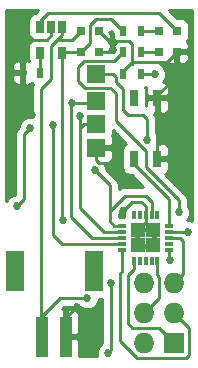
<source format=gbl>
G04 #@! TF.FileFunction,Copper,L2,Bot,Signal*
%FSLAX46Y46*%
G04 Gerber Fmt 4.6, Leading zero omitted, Abs format (unit mm)*
G04 Created by KiCad (PCBNEW 4.0.0-rc1-stable) date 11/12/2015 8:05:50 PM*
%MOMM*%
G01*
G04 APERTURE LIST*
%ADD10C,0.100000*%
%ADD11R,0.800000X0.750000*%
%ADD12R,0.797560X0.797560*%
%ADD13R,0.730000X0.300000*%
%ADD14R,0.300000X0.730000*%
%ADD15R,1.300000X1.300000*%
%ADD16R,1.000000X3.500000*%
%ADD17R,1.500000X3.400000*%
%ADD18R,1.727200X1.727200*%
%ADD19O,1.727200X1.727200*%
%ADD20R,0.650000X1.060000*%
%ADD21R,0.500000X0.900000*%
%ADD22R,0.700000X1.450000*%
%ADD23R,1.501140X1.501140*%
%ADD24C,0.685800*%
%ADD25C,0.250000*%
%ADD26C,0.254000*%
G04 APERTURE END LIST*
D10*
D11*
X149618000Y-67818000D03*
X151118000Y-67818000D03*
X151118000Y-66040000D03*
X149618000Y-66040000D03*
D12*
X156222700Y-66040000D03*
X157721300Y-66040000D03*
X156222700Y-67818000D03*
X157721300Y-67818000D03*
D13*
X153102000Y-84566000D03*
X153102000Y-84066000D03*
X153102000Y-83566000D03*
X153102000Y-83066000D03*
X153102000Y-82566000D03*
D14*
X154067000Y-81601000D03*
X154567000Y-81601000D03*
X155067000Y-81601000D03*
X155567000Y-81601000D03*
X156067000Y-81601000D03*
D13*
X157032000Y-82566000D03*
X157032000Y-83066000D03*
X157032000Y-83566000D03*
X157032000Y-84066000D03*
X157032000Y-84566000D03*
D14*
X156067000Y-85531000D03*
X155567000Y-85531000D03*
X155067000Y-85531000D03*
X154567000Y-85531000D03*
X154067000Y-85531000D03*
D15*
X155717000Y-82916000D03*
X155717000Y-84216000D03*
X154417000Y-82916000D03*
X154417000Y-84216000D03*
D16*
X146320000Y-91948000D03*
X148320000Y-91948000D03*
D17*
X150670000Y-86398000D03*
X143970000Y-86398000D03*
D18*
X157480000Y-92456000D03*
D19*
X154940000Y-92456000D03*
X157480000Y-89916000D03*
X154940000Y-89916000D03*
X157480000Y-87376000D03*
X154940000Y-87376000D03*
D20*
X146116000Y-65702000D03*
X147066000Y-65702000D03*
X148016000Y-65702000D03*
X148016000Y-67902000D03*
X146116000Y-67902000D03*
D21*
X153174000Y-66040000D03*
X154674000Y-66040000D03*
X146165000Y-69596000D03*
X144665000Y-69596000D03*
X154674000Y-67818000D03*
X153174000Y-67818000D03*
X154674000Y-69723000D03*
X153174000Y-69723000D03*
D22*
X154067000Y-76870000D03*
X154067000Y-71720000D03*
X156067000Y-71720000D03*
X156067000Y-76870000D03*
D23*
X150876000Y-73914000D03*
X150876000Y-72009000D03*
X150876000Y-75946000D03*
X150876000Y-69723000D03*
D24*
X152527000Y-74930000D03*
X149225000Y-89408000D03*
X145288000Y-66802000D03*
X152654000Y-77597000D03*
X145415000Y-73152000D03*
X153162000Y-81280000D03*
X152273000Y-67691000D03*
X150114000Y-88646000D03*
X148844000Y-72136000D03*
X149479000Y-73279000D03*
X147193000Y-74041000D03*
X155829000Y-69723000D03*
X158623000Y-83058000D03*
X157861000Y-81407000D03*
X157099000Y-85471000D03*
X144145000Y-80899000D03*
X145288000Y-74295000D03*
X155194000Y-75311000D03*
X152146000Y-87376000D03*
X151892000Y-93345000D03*
X150749000Y-77851000D03*
X148082000Y-82042000D03*
D25*
X152654000Y-75057000D02*
X152654000Y-77597000D01*
X152527000Y-74930000D02*
X152654000Y-75057000D01*
X149225000Y-89408000D02*
X148320000Y-90313000D01*
X148320000Y-90313000D02*
X148320000Y-91948000D01*
X156067000Y-71720000D02*
X156067000Y-76870000D01*
X152654000Y-77597000D02*
X152527000Y-77597000D01*
X152527000Y-77597000D02*
X152146000Y-77216000D01*
X152146000Y-77216000D02*
X151130000Y-77216000D01*
X151130000Y-77216000D02*
X150876000Y-76962000D01*
X150876000Y-76962000D02*
X150876000Y-75946000D01*
X145415000Y-73152000D02*
X144665000Y-72402000D01*
X144665000Y-72402000D02*
X144665000Y-69596000D01*
X152781000Y-66929000D02*
X152654000Y-66929000D01*
X152273000Y-67310000D02*
X152273000Y-67691000D01*
X152654000Y-66929000D02*
X152273000Y-67310000D01*
X156067000Y-72279000D02*
X156067000Y-71720000D01*
X156067000Y-71771000D02*
X156067000Y-71720000D01*
X155067000Y-81601000D02*
X155067000Y-80899000D01*
X155067000Y-80899000D02*
X154686000Y-80518000D01*
X154686000Y-80518000D02*
X153924000Y-80518000D01*
X153924000Y-80518000D02*
X153162000Y-81280000D01*
X156972000Y-69469000D02*
X156972000Y-68834000D01*
X156972000Y-68834000D02*
X156845000Y-68707000D01*
X156067000Y-71720000D02*
X156067000Y-71517000D01*
X156067000Y-71517000D02*
X156972000Y-70612000D01*
X156972000Y-70612000D02*
X156972000Y-69469000D01*
X156067000Y-76870000D02*
X156067000Y-76311000D01*
X157721300Y-67818000D02*
X157721300Y-67830700D01*
X157721300Y-67830700D02*
X156845000Y-68707000D01*
X156845000Y-68707000D02*
X153924000Y-68707000D01*
X147066000Y-65702000D02*
X147066000Y-66421000D01*
X146685000Y-66802000D02*
X145288000Y-66802000D01*
X147066000Y-66421000D02*
X146685000Y-66802000D01*
X144665000Y-69596000D02*
X144665000Y-67425000D01*
X144665000Y-67425000D02*
X145288000Y-66802000D01*
X151118000Y-67818000D02*
X152146000Y-67818000D01*
X152146000Y-67818000D02*
X152273000Y-67691000D01*
X144653000Y-69584000D02*
X144665000Y-69596000D01*
X153174000Y-69723000D02*
X153174000Y-69457000D01*
X153174000Y-69457000D02*
X153924000Y-68707000D01*
X153924000Y-68707000D02*
X153924000Y-67183000D01*
X153924000Y-67183000D02*
X153670000Y-66929000D01*
X153670000Y-66929000D02*
X152781000Y-66929000D01*
X152781000Y-66929000D02*
X152007000Y-66929000D01*
X152007000Y-66929000D02*
X151118000Y-66040000D01*
X155067000Y-81601000D02*
X155067000Y-82266000D01*
X155067000Y-82266000D02*
X154417000Y-82916000D01*
X150114000Y-88646000D02*
X147828000Y-88646000D01*
X147828000Y-88646000D02*
X146320000Y-90154000D01*
X146320000Y-90154000D02*
X146320000Y-91948000D01*
X147574000Y-66802000D02*
X147066000Y-67310000D01*
X146177000Y-70993000D02*
X146177000Y-91805000D01*
X147066000Y-70104000D02*
X146177000Y-70993000D01*
X147066000Y-67310000D02*
X147066000Y-70104000D01*
X146177000Y-91805000D02*
X146320000Y-91948000D01*
X147574000Y-66802000D02*
X147955000Y-66421000D01*
X147955000Y-66421000D02*
X147955000Y-65763000D01*
X147955000Y-65763000D02*
X148016000Y-65702000D01*
X149618000Y-66040000D02*
X149606000Y-66040000D01*
X149606000Y-66040000D02*
X148844000Y-66802000D01*
X148844000Y-66802000D02*
X147574000Y-66802000D01*
X149618000Y-66040000D02*
X149352000Y-66040000D01*
X148717000Y-81788000D02*
X148717000Y-72263000D01*
X148844000Y-72136000D02*
X150622000Y-72136000D01*
X150622000Y-72136000D02*
X150876000Y-71882000D01*
X153102000Y-83566000D02*
X150495000Y-83566000D01*
X150495000Y-83566000D02*
X148717000Y-81788000D01*
X148717000Y-72263000D02*
X148844000Y-72136000D01*
X149479000Y-74422000D02*
X149479000Y-74295000D01*
X149860000Y-73914000D02*
X150876000Y-73914000D01*
X149479000Y-74295000D02*
X149860000Y-73914000D01*
X153102000Y-83066000D02*
X151519000Y-83066000D01*
X149479000Y-81026000D02*
X149479000Y-74422000D01*
X149479000Y-74422000D02*
X149479000Y-73279000D01*
X151519000Y-83066000D02*
X149606000Y-81153000D01*
X149606000Y-81153000D02*
X149479000Y-81026000D01*
X153102000Y-84066000D02*
X147947000Y-84066000D01*
X147193000Y-83312000D02*
X147193000Y-74041000D01*
X147947000Y-84066000D02*
X147193000Y-83312000D01*
X154674000Y-69723000D02*
X155829000Y-69723000D01*
X156222700Y-66040000D02*
X154674000Y-66040000D01*
X146116000Y-65702000D02*
X146116000Y-65212000D01*
X146116000Y-65212000D02*
X146812000Y-64516000D01*
X146812000Y-64516000D02*
X156197300Y-64516000D01*
X156197300Y-64516000D02*
X157721300Y-66040000D01*
X156222700Y-67818000D02*
X154674000Y-67818000D01*
X153102000Y-86106000D02*
X153102000Y-86420000D01*
X154305000Y-93726000D02*
X158496000Y-93726000D01*
X158496000Y-93726000D02*
X158750000Y-93472000D01*
X158750000Y-93472000D02*
X158750000Y-91186000D01*
X158750000Y-91186000D02*
X157480000Y-89916000D01*
X152908000Y-92329000D02*
X154305000Y-93726000D01*
X152908000Y-86614000D02*
X152908000Y-92329000D01*
X153102000Y-86420000D02*
X152908000Y-86614000D01*
X153102000Y-84566000D02*
X153102000Y-86106000D01*
X153102000Y-86106000D02*
X153102000Y-86166000D01*
X157032000Y-82566000D02*
X157032000Y-80324000D01*
X157032000Y-80324000D02*
X154067000Y-77359000D01*
X154067000Y-77359000D02*
X154067000Y-76870000D01*
X157032000Y-83066000D02*
X158615000Y-83066000D01*
X158615000Y-83066000D02*
X158623000Y-83058000D01*
X157032000Y-83566000D02*
X157988000Y-83566000D01*
X158242000Y-86614000D02*
X157480000Y-87376000D01*
X158242000Y-83820000D02*
X158242000Y-86614000D01*
X157988000Y-83566000D02*
X158242000Y-83820000D01*
X152527000Y-71374000D02*
X152527000Y-71310500D01*
X152412000Y-68580000D02*
X153174000Y-67818000D01*
X149860000Y-68580000D02*
X152412000Y-68580000D01*
X149352000Y-69088000D02*
X149860000Y-68580000D01*
X149352000Y-70294500D02*
X149352000Y-69088000D01*
X149923500Y-70866000D02*
X149352000Y-70294500D01*
X152082500Y-70866000D02*
X149923500Y-70866000D01*
X152527000Y-71310500D02*
X152082500Y-70866000D01*
X157032000Y-84566000D02*
X157032000Y-85404000D01*
X152527000Y-71374000D02*
X152527000Y-71501000D01*
X152527000Y-73660000D02*
X152527000Y-71374000D01*
X155067000Y-76200000D02*
X152527000Y-73660000D01*
X155067000Y-77597000D02*
X155067000Y-76200000D01*
X157861000Y-80391000D02*
X155067000Y-77597000D01*
X157861000Y-81407000D02*
X157861000Y-80391000D01*
X157032000Y-85404000D02*
X157099000Y-85471000D01*
X156067000Y-85531000D02*
X156067000Y-86725000D01*
X156210000Y-88646000D02*
X154940000Y-89916000D01*
X156210000Y-86868000D02*
X156210000Y-87122000D01*
X156210000Y-87122000D02*
X156210000Y-88646000D01*
X156067000Y-86725000D02*
X156210000Y-86868000D01*
X153543000Y-90805000D02*
X153543000Y-86741000D01*
X153543000Y-90805000D02*
X153924000Y-91186000D01*
X153924000Y-91186000D02*
X156210000Y-91186000D01*
X157480000Y-92456000D02*
X156210000Y-91186000D01*
X154067000Y-86217000D02*
X154067000Y-85531000D01*
X153543000Y-86741000D02*
X154067000Y-86217000D01*
X146165000Y-69596000D02*
X146165000Y-67951000D01*
X146165000Y-67951000D02*
X146116000Y-67902000D01*
X146165000Y-67951000D02*
X146116000Y-67902000D01*
X146116000Y-67902000D02*
X146122000Y-67902000D01*
X144780000Y-74803000D02*
X145288000Y-74295000D01*
X144145000Y-80899000D02*
X144780000Y-80264000D01*
X144780000Y-80264000D02*
X144780000Y-74803000D01*
X150876000Y-69723000D02*
X152273000Y-69723000D01*
X155194000Y-73533000D02*
X155194000Y-75311000D01*
X154813000Y-73152000D02*
X155194000Y-73533000D01*
X153543000Y-73152000D02*
X154813000Y-73152000D01*
X153162000Y-72771000D02*
X153543000Y-73152000D01*
X153162000Y-70993000D02*
X153162000Y-72771000D01*
X152527000Y-70358000D02*
X153162000Y-70993000D01*
X152527000Y-69977000D02*
X152527000Y-70358000D01*
X152273000Y-69723000D02*
X152527000Y-69977000D01*
X152146000Y-93091000D02*
X152146000Y-87376000D01*
X151892000Y-93345000D02*
X152146000Y-93091000D01*
X152019000Y-79121000D02*
X152019000Y-81280000D01*
X150749000Y-77851000D02*
X152019000Y-79121000D01*
X153102000Y-82566000D02*
X152416000Y-82566000D01*
X152416000Y-82566000D02*
X152019000Y-82169000D01*
X152019000Y-82169000D02*
X152019000Y-81280000D01*
X155567000Y-80772000D02*
X155567000Y-81601000D01*
X152019000Y-81280000D02*
X153289000Y-80010000D01*
X153289000Y-80010000D02*
X155067000Y-80010000D01*
X155067000Y-80010000D02*
X155567000Y-80510000D01*
X155567000Y-80510000D02*
X155567000Y-80764000D01*
X155567000Y-80764000D02*
X155567000Y-80772000D01*
X148016000Y-81976000D02*
X148016000Y-67902000D01*
X148082000Y-82042000D02*
X148016000Y-81976000D01*
X149618000Y-67818000D02*
X149618000Y-67806000D01*
X149618000Y-67806000D02*
X150368000Y-67056000D01*
X152158000Y-65024000D02*
X153174000Y-66040000D01*
X150876000Y-65024000D02*
X152158000Y-65024000D01*
X150368000Y-65532000D02*
X150876000Y-65024000D01*
X150368000Y-67056000D02*
X150368000Y-65532000D01*
X149618000Y-67818000D02*
X148100000Y-67818000D01*
X148100000Y-67818000D02*
X148016000Y-67902000D01*
D26*
G36*
X151386000Y-92495985D02*
X151338788Y-92515493D01*
X151063460Y-92790341D01*
X150914270Y-93149630D01*
X150913931Y-93538663D01*
X150938862Y-93599000D01*
X149455000Y-93599000D01*
X149455000Y-92233750D01*
X149296250Y-92075000D01*
X148447000Y-92075000D01*
X148447000Y-92095000D01*
X148193000Y-92095000D01*
X148193000Y-92075000D01*
X148173000Y-92075000D01*
X148173000Y-91821000D01*
X148193000Y-91821000D01*
X148193000Y-89721750D01*
X148447000Y-89721750D01*
X148447000Y-91821000D01*
X149296250Y-91821000D01*
X149455000Y-91662250D01*
X149455000Y-90071690D01*
X149358327Y-89838301D01*
X149179698Y-89659673D01*
X148946309Y-89563000D01*
X148605750Y-89563000D01*
X148447000Y-89721750D01*
X148193000Y-89721750D01*
X148034250Y-89563000D01*
X147985802Y-89563000D01*
X148142802Y-89406000D01*
X149490920Y-89406000D01*
X149559341Y-89474540D01*
X149918630Y-89623730D01*
X150307663Y-89624069D01*
X150667212Y-89475507D01*
X150942540Y-89200659D01*
X151091730Y-88841370D01*
X151091814Y-88745440D01*
X151386000Y-88745440D01*
X151386000Y-92495985D01*
X151386000Y-92495985D01*
G37*
X151386000Y-92495985D02*
X151338788Y-92515493D01*
X151063460Y-92790341D01*
X150914270Y-93149630D01*
X150913931Y-93538663D01*
X150938862Y-93599000D01*
X149455000Y-93599000D01*
X149455000Y-92233750D01*
X149296250Y-92075000D01*
X148447000Y-92075000D01*
X148447000Y-92095000D01*
X148193000Y-92095000D01*
X148193000Y-92075000D01*
X148173000Y-92075000D01*
X148173000Y-91821000D01*
X148193000Y-91821000D01*
X148193000Y-89721750D01*
X148447000Y-89721750D01*
X148447000Y-91821000D01*
X149296250Y-91821000D01*
X149455000Y-91662250D01*
X149455000Y-90071690D01*
X149358327Y-89838301D01*
X149179698Y-89659673D01*
X148946309Y-89563000D01*
X148605750Y-89563000D01*
X148447000Y-89721750D01*
X148193000Y-89721750D01*
X148034250Y-89563000D01*
X147985802Y-89563000D01*
X148142802Y-89406000D01*
X149490920Y-89406000D01*
X149559341Y-89474540D01*
X149918630Y-89623730D01*
X150307663Y-89624069D01*
X150667212Y-89475507D01*
X150942540Y-89200659D01*
X151091730Y-88841370D01*
X151091814Y-88745440D01*
X151386000Y-88745440D01*
X151386000Y-92495985D01*
G36*
X155067000Y-87249000D02*
X155087000Y-87249000D01*
X155087000Y-87503000D01*
X155067000Y-87503000D01*
X155067000Y-87523000D01*
X154813000Y-87523000D01*
X154813000Y-87503000D01*
X154793000Y-87503000D01*
X154793000Y-87249000D01*
X154813000Y-87249000D01*
X154813000Y-87229000D01*
X155067000Y-87229000D01*
X155067000Y-87249000D01*
X155067000Y-87249000D01*
G37*
X155067000Y-87249000D02*
X155087000Y-87249000D01*
X155087000Y-87503000D01*
X155067000Y-87503000D01*
X155067000Y-87523000D01*
X154813000Y-87523000D01*
X154813000Y-87503000D01*
X154793000Y-87503000D01*
X154793000Y-87249000D01*
X154813000Y-87249000D01*
X154813000Y-87229000D01*
X155067000Y-87229000D01*
X155067000Y-87249000D01*
G36*
X154544000Y-82789000D02*
X155590000Y-82789000D01*
X155590000Y-82769000D01*
X155844000Y-82769000D01*
X155844000Y-82789000D01*
X155864000Y-82789000D01*
X155864000Y-83043000D01*
X155844000Y-83043000D01*
X155844000Y-84089000D01*
X155864000Y-84089000D01*
X155864000Y-84343000D01*
X155844000Y-84343000D01*
X155844000Y-84363000D01*
X155590000Y-84363000D01*
X155590000Y-84343000D01*
X154544000Y-84343000D01*
X154544000Y-84363000D01*
X154290000Y-84363000D01*
X154290000Y-84343000D01*
X154270000Y-84343000D01*
X154270000Y-84089000D01*
X154290000Y-84089000D01*
X154290000Y-83201750D01*
X154432000Y-83201750D01*
X154432000Y-83930250D01*
X154544000Y-84042250D01*
X154544000Y-84089000D01*
X154590750Y-84089000D01*
X154702750Y-84201000D01*
X155431250Y-84201000D01*
X155543250Y-84089000D01*
X155590000Y-84089000D01*
X155590000Y-84042250D01*
X155702000Y-83930250D01*
X155702000Y-83201750D01*
X155590000Y-83089750D01*
X155590000Y-83043000D01*
X155543250Y-83043000D01*
X155431250Y-82931000D01*
X154702750Y-82931000D01*
X154590750Y-83043000D01*
X154544000Y-83043000D01*
X154544000Y-83089750D01*
X154432000Y-83201750D01*
X154290000Y-83201750D01*
X154290000Y-83043000D01*
X154270000Y-83043000D01*
X154270000Y-82789000D01*
X154290000Y-82789000D01*
X154290000Y-82769000D01*
X154544000Y-82769000D01*
X154544000Y-82789000D01*
X154544000Y-82789000D01*
G37*
X154544000Y-82789000D02*
X155590000Y-82789000D01*
X155590000Y-82769000D01*
X155844000Y-82769000D01*
X155844000Y-82789000D01*
X155864000Y-82789000D01*
X155864000Y-83043000D01*
X155844000Y-83043000D01*
X155844000Y-84089000D01*
X155864000Y-84089000D01*
X155864000Y-84343000D01*
X155844000Y-84343000D01*
X155844000Y-84363000D01*
X155590000Y-84363000D01*
X155590000Y-84343000D01*
X154544000Y-84343000D01*
X154544000Y-84363000D01*
X154290000Y-84363000D01*
X154290000Y-84343000D01*
X154270000Y-84343000D01*
X154270000Y-84089000D01*
X154290000Y-84089000D01*
X154290000Y-83201750D01*
X154432000Y-83201750D01*
X154432000Y-83930250D01*
X154544000Y-84042250D01*
X154544000Y-84089000D01*
X154590750Y-84089000D01*
X154702750Y-84201000D01*
X155431250Y-84201000D01*
X155543250Y-84089000D01*
X155590000Y-84089000D01*
X155590000Y-84042250D01*
X155702000Y-83930250D01*
X155702000Y-83201750D01*
X155590000Y-83089750D01*
X155590000Y-83043000D01*
X155543250Y-83043000D01*
X155431250Y-82931000D01*
X154702750Y-82931000D01*
X154590750Y-83043000D01*
X154544000Y-83043000D01*
X154544000Y-83089750D01*
X154432000Y-83201750D01*
X154290000Y-83201750D01*
X154290000Y-83043000D01*
X154270000Y-83043000D01*
X154270000Y-82789000D01*
X154290000Y-82789000D01*
X154290000Y-82769000D01*
X154544000Y-82769000D01*
X154544000Y-82789000D01*
G36*
X158996500Y-82154236D02*
X158818370Y-82080270D01*
X158570938Y-82080054D01*
X158689540Y-81961659D01*
X158838730Y-81602370D01*
X158839069Y-81213337D01*
X158690507Y-80853788D01*
X158621000Y-80784160D01*
X158621000Y-80391000D01*
X158563148Y-80100161D01*
X158398401Y-79853599D01*
X156707000Y-78162198D01*
X156776699Y-78133327D01*
X156955327Y-77954698D01*
X157052000Y-77721309D01*
X157052000Y-77155750D01*
X156893250Y-76997000D01*
X156194000Y-76997000D01*
X156194000Y-77017000D01*
X155940000Y-77017000D01*
X155940000Y-76997000D01*
X155920000Y-76997000D01*
X155920000Y-76743000D01*
X155940000Y-76743000D01*
X155940000Y-76723000D01*
X156194000Y-76723000D01*
X156194000Y-76743000D01*
X156893250Y-76743000D01*
X157052000Y-76584250D01*
X157052000Y-76018691D01*
X156955327Y-75785302D01*
X156776699Y-75606673D01*
X156543310Y-75510000D01*
X156352750Y-75510000D01*
X156194002Y-75668748D01*
X156194002Y-75510000D01*
X156170223Y-75510000D01*
X156171730Y-75506370D01*
X156172069Y-75117337D01*
X156023507Y-74757788D01*
X155954000Y-74688160D01*
X155954000Y-73533000D01*
X155920131Y-73362732D01*
X155896148Y-73242160D01*
X155785174Y-73076076D01*
X155940000Y-72921250D01*
X155940000Y-71847000D01*
X156194000Y-71847000D01*
X156194000Y-72921250D01*
X156352750Y-73080000D01*
X156543310Y-73080000D01*
X156776699Y-72983327D01*
X156955327Y-72804698D01*
X157052000Y-72571309D01*
X157052000Y-72005750D01*
X156893250Y-71847000D01*
X156194000Y-71847000D01*
X155940000Y-71847000D01*
X155240750Y-71847000D01*
X155082000Y-72005750D01*
X155082000Y-72445508D01*
X155064440Y-72442015D01*
X155064440Y-70995000D01*
X155027915Y-70800887D01*
X155117031Y-70784119D01*
X155082000Y-70868691D01*
X155082000Y-71434250D01*
X155240750Y-71593000D01*
X155940000Y-71593000D01*
X155940000Y-71573000D01*
X156194000Y-71573000D01*
X156194000Y-71593000D01*
X156893250Y-71593000D01*
X157052000Y-71434250D01*
X157052000Y-70868691D01*
X156955327Y-70635302D01*
X156776699Y-70456673D01*
X156565746Y-70369293D01*
X156657540Y-70277659D01*
X156806730Y-69918370D01*
X156807069Y-69529337D01*
X156658507Y-69169788D01*
X156383659Y-68894460D01*
X156310833Y-68864220D01*
X156621480Y-68864220D01*
X156856797Y-68819942D01*
X156960759Y-68753044D01*
X156962822Y-68755107D01*
X157196211Y-68851780D01*
X157435550Y-68851780D01*
X157594300Y-68693030D01*
X157594300Y-67945000D01*
X157848300Y-67945000D01*
X157848300Y-68693030D01*
X158007050Y-68851780D01*
X158246389Y-68851780D01*
X158479778Y-68755107D01*
X158658407Y-68576479D01*
X158755080Y-68343090D01*
X158755080Y-68103750D01*
X158596330Y-67945000D01*
X157848300Y-67945000D01*
X157594300Y-67945000D01*
X157574300Y-67945000D01*
X157574300Y-67691000D01*
X157594300Y-67691000D01*
X157594300Y-67671000D01*
X157848300Y-67671000D01*
X157848300Y-67691000D01*
X158596330Y-67691000D01*
X158755080Y-67532250D01*
X158755080Y-67292910D01*
X158658407Y-67059521D01*
X158529071Y-66930186D01*
X158571521Y-66902870D01*
X158716511Y-66690670D01*
X158767520Y-66438780D01*
X158767520Y-65641220D01*
X158723242Y-65405903D01*
X158584170Y-65189779D01*
X158371970Y-65044789D01*
X158120080Y-64993780D01*
X157749882Y-64993780D01*
X157018102Y-64262000D01*
X158996500Y-64262000D01*
X158996500Y-82154236D01*
X158996500Y-82154236D01*
G37*
X158996500Y-82154236D02*
X158818370Y-82080270D01*
X158570938Y-82080054D01*
X158689540Y-81961659D01*
X158838730Y-81602370D01*
X158839069Y-81213337D01*
X158690507Y-80853788D01*
X158621000Y-80784160D01*
X158621000Y-80391000D01*
X158563148Y-80100161D01*
X158398401Y-79853599D01*
X156707000Y-78162198D01*
X156776699Y-78133327D01*
X156955327Y-77954698D01*
X157052000Y-77721309D01*
X157052000Y-77155750D01*
X156893250Y-76997000D01*
X156194000Y-76997000D01*
X156194000Y-77017000D01*
X155940000Y-77017000D01*
X155940000Y-76997000D01*
X155920000Y-76997000D01*
X155920000Y-76743000D01*
X155940000Y-76743000D01*
X155940000Y-76723000D01*
X156194000Y-76723000D01*
X156194000Y-76743000D01*
X156893250Y-76743000D01*
X157052000Y-76584250D01*
X157052000Y-76018691D01*
X156955327Y-75785302D01*
X156776699Y-75606673D01*
X156543310Y-75510000D01*
X156352750Y-75510000D01*
X156194002Y-75668748D01*
X156194002Y-75510000D01*
X156170223Y-75510000D01*
X156171730Y-75506370D01*
X156172069Y-75117337D01*
X156023507Y-74757788D01*
X155954000Y-74688160D01*
X155954000Y-73533000D01*
X155920131Y-73362732D01*
X155896148Y-73242160D01*
X155785174Y-73076076D01*
X155940000Y-72921250D01*
X155940000Y-71847000D01*
X156194000Y-71847000D01*
X156194000Y-72921250D01*
X156352750Y-73080000D01*
X156543310Y-73080000D01*
X156776699Y-72983327D01*
X156955327Y-72804698D01*
X157052000Y-72571309D01*
X157052000Y-72005750D01*
X156893250Y-71847000D01*
X156194000Y-71847000D01*
X155940000Y-71847000D01*
X155240750Y-71847000D01*
X155082000Y-72005750D01*
X155082000Y-72445508D01*
X155064440Y-72442015D01*
X155064440Y-70995000D01*
X155027915Y-70800887D01*
X155117031Y-70784119D01*
X155082000Y-70868691D01*
X155082000Y-71434250D01*
X155240750Y-71593000D01*
X155940000Y-71593000D01*
X155940000Y-71573000D01*
X156194000Y-71573000D01*
X156194000Y-71593000D01*
X156893250Y-71593000D01*
X157052000Y-71434250D01*
X157052000Y-70868691D01*
X156955327Y-70635302D01*
X156776699Y-70456673D01*
X156565746Y-70369293D01*
X156657540Y-70277659D01*
X156806730Y-69918370D01*
X156807069Y-69529337D01*
X156658507Y-69169788D01*
X156383659Y-68894460D01*
X156310833Y-68864220D01*
X156621480Y-68864220D01*
X156856797Y-68819942D01*
X156960759Y-68753044D01*
X156962822Y-68755107D01*
X157196211Y-68851780D01*
X157435550Y-68851780D01*
X157594300Y-68693030D01*
X157594300Y-67945000D01*
X157848300Y-67945000D01*
X157848300Y-68693030D01*
X158007050Y-68851780D01*
X158246389Y-68851780D01*
X158479778Y-68755107D01*
X158658407Y-68576479D01*
X158755080Y-68343090D01*
X158755080Y-68103750D01*
X158596330Y-67945000D01*
X157848300Y-67945000D01*
X157594300Y-67945000D01*
X157574300Y-67945000D01*
X157574300Y-67691000D01*
X157594300Y-67691000D01*
X157594300Y-67671000D01*
X157848300Y-67671000D01*
X157848300Y-67691000D01*
X158596330Y-67691000D01*
X158755080Y-67532250D01*
X158755080Y-67292910D01*
X158658407Y-67059521D01*
X158529071Y-66930186D01*
X158571521Y-66902870D01*
X158716511Y-66690670D01*
X158767520Y-66438780D01*
X158767520Y-65641220D01*
X158723242Y-65405903D01*
X158584170Y-65189779D01*
X158371970Y-65044789D01*
X158120080Y-64993780D01*
X157749882Y-64993780D01*
X157018102Y-64262000D01*
X158996500Y-64262000D01*
X158996500Y-82154236D01*
G36*
X153269560Y-81236000D02*
X153269560Y-81768560D01*
X152779000Y-81768560D01*
X152779000Y-81594802D01*
X153303017Y-81070785D01*
X153269560Y-81236000D01*
X153269560Y-81236000D01*
G37*
X153269560Y-81236000D02*
X153269560Y-81768560D01*
X152779000Y-81768560D01*
X152779000Y-81594802D01*
X153303017Y-81070785D01*
X153269560Y-81236000D01*
G36*
X145714184Y-64539014D02*
X145555683Y-64568838D01*
X145339559Y-64707910D01*
X145194569Y-64920110D01*
X145143560Y-65172000D01*
X145143560Y-66232000D01*
X145187838Y-66467317D01*
X145326910Y-66683441D01*
X145502232Y-66803233D01*
X145339559Y-66907910D01*
X145194569Y-67120110D01*
X145143560Y-67372000D01*
X145143560Y-68432000D01*
X145168324Y-68563612D01*
X145041309Y-68511000D01*
X144948750Y-68511000D01*
X144790000Y-68669750D01*
X144790000Y-69469000D01*
X144812000Y-69469000D01*
X144812000Y-69723000D01*
X144790000Y-69723000D01*
X144790000Y-70522250D01*
X144948750Y-70681000D01*
X145041309Y-70681000D01*
X145274698Y-70584327D01*
X145415936Y-70443090D01*
X145450910Y-70497441D01*
X145561261Y-70572841D01*
X145474852Y-70702161D01*
X145417000Y-70993000D01*
X145417000Y-73317212D01*
X145094337Y-73316931D01*
X144734788Y-73465493D01*
X144459460Y-73740341D01*
X144310270Y-74099630D01*
X144310184Y-74198014D01*
X144242599Y-74265599D01*
X144077852Y-74512161D01*
X144020000Y-74803000D01*
X144020000Y-79920991D01*
X143951337Y-79920931D01*
X143591788Y-80069493D01*
X143316460Y-80344341D01*
X143263500Y-80471883D01*
X143263500Y-69881750D01*
X143780000Y-69881750D01*
X143780000Y-70172310D01*
X143876673Y-70405699D01*
X144055302Y-70584327D01*
X144288691Y-70681000D01*
X144381250Y-70681000D01*
X144540000Y-70522250D01*
X144540000Y-69723000D01*
X143938750Y-69723000D01*
X143780000Y-69881750D01*
X143263500Y-69881750D01*
X143263500Y-69019690D01*
X143780000Y-69019690D01*
X143780000Y-69310250D01*
X143938750Y-69469000D01*
X144540000Y-69469000D01*
X144540000Y-68669750D01*
X144381250Y-68511000D01*
X144288691Y-68511000D01*
X144055302Y-68607673D01*
X143876673Y-68786301D01*
X143780000Y-69019690D01*
X143263500Y-69019690D01*
X143263500Y-64262000D01*
X145991198Y-64262000D01*
X145714184Y-64539014D01*
X145714184Y-64539014D01*
G37*
X145714184Y-64539014D02*
X145555683Y-64568838D01*
X145339559Y-64707910D01*
X145194569Y-64920110D01*
X145143560Y-65172000D01*
X145143560Y-66232000D01*
X145187838Y-66467317D01*
X145326910Y-66683441D01*
X145502232Y-66803233D01*
X145339559Y-66907910D01*
X145194569Y-67120110D01*
X145143560Y-67372000D01*
X145143560Y-68432000D01*
X145168324Y-68563612D01*
X145041309Y-68511000D01*
X144948750Y-68511000D01*
X144790000Y-68669750D01*
X144790000Y-69469000D01*
X144812000Y-69469000D01*
X144812000Y-69723000D01*
X144790000Y-69723000D01*
X144790000Y-70522250D01*
X144948750Y-70681000D01*
X145041309Y-70681000D01*
X145274698Y-70584327D01*
X145415936Y-70443090D01*
X145450910Y-70497441D01*
X145561261Y-70572841D01*
X145474852Y-70702161D01*
X145417000Y-70993000D01*
X145417000Y-73317212D01*
X145094337Y-73316931D01*
X144734788Y-73465493D01*
X144459460Y-73740341D01*
X144310270Y-74099630D01*
X144310184Y-74198014D01*
X144242599Y-74265599D01*
X144077852Y-74512161D01*
X144020000Y-74803000D01*
X144020000Y-79920991D01*
X143951337Y-79920931D01*
X143591788Y-80069493D01*
X143316460Y-80344341D01*
X143263500Y-80471883D01*
X143263500Y-69881750D01*
X143780000Y-69881750D01*
X143780000Y-70172310D01*
X143876673Y-70405699D01*
X144055302Y-70584327D01*
X144288691Y-70681000D01*
X144381250Y-70681000D01*
X144540000Y-70522250D01*
X144540000Y-69723000D01*
X143938750Y-69723000D01*
X143780000Y-69881750D01*
X143263500Y-69881750D01*
X143263500Y-69019690D01*
X143780000Y-69019690D01*
X143780000Y-69310250D01*
X143938750Y-69469000D01*
X144540000Y-69469000D01*
X144540000Y-68669750D01*
X144381250Y-68511000D01*
X144288691Y-68511000D01*
X144055302Y-68607673D01*
X143876673Y-68786301D01*
X143780000Y-69019690D01*
X143263500Y-69019690D01*
X143263500Y-64262000D01*
X145991198Y-64262000D01*
X145714184Y-64539014D01*
G36*
X153391845Y-75599647D02*
X153265559Y-75680910D01*
X153120569Y-75893110D01*
X153069560Y-76145000D01*
X153069560Y-77595000D01*
X153113838Y-77830317D01*
X153252910Y-78046441D01*
X153465110Y-78191431D01*
X153717000Y-78242440D01*
X153875638Y-78242440D01*
X154883198Y-79250000D01*
X153289000Y-79250000D01*
X152998160Y-79307852D01*
X152779000Y-79454290D01*
X152779000Y-79121000D01*
X152721148Y-78830161D01*
X152721148Y-78830160D01*
X152556401Y-78583599D01*
X151726985Y-77754183D01*
X151727069Y-77657337D01*
X151592465Y-77331570D01*
X151752879Y-77331570D01*
X151986268Y-77234897D01*
X152164897Y-77056269D01*
X152261570Y-76822880D01*
X152261570Y-76231750D01*
X152102820Y-76073000D01*
X151003000Y-76073000D01*
X151003000Y-76093000D01*
X150749000Y-76093000D01*
X150749000Y-76073000D01*
X150729000Y-76073000D01*
X150729000Y-75819000D01*
X150749000Y-75819000D01*
X150749000Y-75799000D01*
X151003000Y-75799000D01*
X151003000Y-75819000D01*
X152102820Y-75819000D01*
X152261570Y-75660250D01*
X152261570Y-75069120D01*
X152207645Y-74938934D01*
X152223001Y-74916460D01*
X152274010Y-74664570D01*
X152274010Y-74481812D01*
X153391845Y-75599647D01*
X153391845Y-75599647D01*
G37*
X153391845Y-75599647D02*
X153265559Y-75680910D01*
X153120569Y-75893110D01*
X153069560Y-76145000D01*
X153069560Y-77595000D01*
X153113838Y-77830317D01*
X153252910Y-78046441D01*
X153465110Y-78191431D01*
X153717000Y-78242440D01*
X153875638Y-78242440D01*
X154883198Y-79250000D01*
X153289000Y-79250000D01*
X152998160Y-79307852D01*
X152779000Y-79454290D01*
X152779000Y-79121000D01*
X152721148Y-78830161D01*
X152721148Y-78830160D01*
X152556401Y-78583599D01*
X151726985Y-77754183D01*
X151727069Y-77657337D01*
X151592465Y-77331570D01*
X151752879Y-77331570D01*
X151986268Y-77234897D01*
X152164897Y-77056269D01*
X152261570Y-76822880D01*
X152261570Y-76231750D01*
X152102820Y-76073000D01*
X151003000Y-76073000D01*
X151003000Y-76093000D01*
X150749000Y-76093000D01*
X150749000Y-76073000D01*
X150729000Y-76073000D01*
X150729000Y-75819000D01*
X150749000Y-75819000D01*
X150749000Y-75799000D01*
X151003000Y-75799000D01*
X151003000Y-75819000D01*
X152102820Y-75819000D01*
X152261570Y-75660250D01*
X152261570Y-75069120D01*
X152207645Y-74938934D01*
X152223001Y-74916460D01*
X152274010Y-74664570D01*
X152274010Y-74481812D01*
X153391845Y-75599647D01*
G36*
X153959910Y-68719441D02*
X154033479Y-68769709D01*
X153972559Y-68808910D01*
X153926031Y-68877006D01*
X153818047Y-68769022D01*
X153875441Y-68732090D01*
X153923134Y-68662289D01*
X153959910Y-68719441D01*
X153959910Y-68719441D01*
G37*
X153959910Y-68719441D02*
X154033479Y-68769709D01*
X153972559Y-68808910D01*
X153926031Y-68877006D01*
X153818047Y-68769022D01*
X153875441Y-68732090D01*
X153923134Y-68662289D01*
X153959910Y-68719441D01*
G36*
X151245000Y-67691000D02*
X151265000Y-67691000D01*
X151265000Y-67820000D01*
X150971000Y-67820000D01*
X150971000Y-67691000D01*
X150991000Y-67691000D01*
X150991000Y-67671000D01*
X151245000Y-67671000D01*
X151245000Y-67691000D01*
X151245000Y-67691000D01*
G37*
X151245000Y-67691000D02*
X151265000Y-67691000D01*
X151265000Y-67820000D01*
X150971000Y-67820000D01*
X150971000Y-67691000D01*
X150991000Y-67691000D01*
X150991000Y-67671000D01*
X151245000Y-67671000D01*
X151245000Y-67691000D01*
G36*
X152276560Y-66217362D02*
X152276560Y-66490000D01*
X152320838Y-66725317D01*
X152453607Y-66931647D01*
X152327569Y-67116110D01*
X152276560Y-67368000D01*
X152276560Y-67640638D01*
X152153000Y-67764198D01*
X152153000Y-67690998D01*
X151994252Y-67690998D01*
X152153000Y-67532250D01*
X152153000Y-67316690D01*
X152056327Y-67083301D01*
X151902025Y-66929000D01*
X152056327Y-66774699D01*
X152153000Y-66541310D01*
X152153000Y-66325750D01*
X151994252Y-66167002D01*
X152153000Y-66167002D01*
X152153000Y-66093802D01*
X152276560Y-66217362D01*
X152276560Y-66217362D01*
G37*
X152276560Y-66217362D02*
X152276560Y-66490000D01*
X152320838Y-66725317D01*
X152453607Y-66931647D01*
X152327569Y-67116110D01*
X152276560Y-67368000D01*
X152276560Y-67640638D01*
X152153000Y-67764198D01*
X152153000Y-67690998D01*
X151994252Y-67690998D01*
X152153000Y-67532250D01*
X152153000Y-67316690D01*
X152056327Y-67083301D01*
X151902025Y-66929000D01*
X152056327Y-66774699D01*
X152153000Y-66541310D01*
X152153000Y-66325750D01*
X151994252Y-66167002D01*
X152153000Y-66167002D01*
X152153000Y-66093802D01*
X152276560Y-66217362D01*
M02*

</source>
